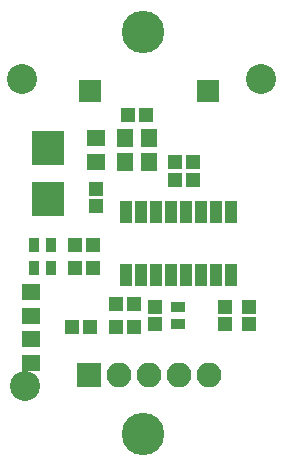
<source format=gts>
%TF.GenerationSoftware,KiCad,Pcbnew,4.0.7*%
%TF.CreationDate,2018-06-13T14:15:53+02:00*%
%TF.ProjectId,RFID_BOARD_EM4095,524649445F424F4152445F454D343039,rev?*%
%TF.FileFunction,Soldermask,Top*%
%FSLAX46Y46*%
G04 Gerber Fmt 4.6, Leading zero omitted, Abs format (unit mm)*
G04 Created by KiCad (PCBNEW 4.0.7) date 2018 June 13, Wednesday 14:15:53*
%MOMM*%
%LPD*%
G01*
G04 APERTURE LIST*
%ADD10C,0.100000*%
%ADD11C,3.600000*%
%ADD12C,2.540000*%
%ADD13R,1.150000X1.200000*%
%ADD14R,1.200000X1.150000*%
%ADD15R,1.000000X1.900000*%
%ADD16R,1.650000X1.400000*%
%ADD17R,1.400000X1.650000*%
%ADD18R,2.701240X2.899360*%
%ADD19R,2.100000X2.100000*%
%ADD20O,2.100000X2.100000*%
%ADD21R,0.900000X1.300000*%
%ADD22R,1.300000X0.900000*%
%ADD23R,1.900000X1.900000*%
G04 APERTURE END LIST*
D10*
D11*
X157000000Y-94500000D03*
D12*
X146750000Y-98500000D03*
X167000000Y-98500000D03*
D13*
X166000000Y-119250000D03*
X166000000Y-117750000D03*
X164000000Y-117750000D03*
X164000000Y-119250000D03*
X158000000Y-119250000D03*
X158000000Y-117750000D03*
D14*
X156250000Y-119500000D03*
X154750000Y-119500000D03*
D15*
X164445000Y-109700000D03*
X163175000Y-109700000D03*
X161905000Y-109700000D03*
X160635000Y-109700000D03*
X159365000Y-109700000D03*
X158095000Y-109700000D03*
X156825000Y-109700000D03*
X155555000Y-109700000D03*
X155555000Y-115100000D03*
X156825000Y-115100000D03*
X158095000Y-115100000D03*
X159365000Y-115100000D03*
X160635000Y-115100000D03*
X161905000Y-115100000D03*
X163175000Y-115100000D03*
X164445000Y-115100000D03*
D14*
X151250000Y-114500000D03*
X152750000Y-114500000D03*
X154750000Y-117500000D03*
X156250000Y-117500000D03*
X151000000Y-119500000D03*
X152500000Y-119500000D03*
D16*
X153000000Y-105500000D03*
X153000000Y-103500000D03*
D13*
X153000000Y-109250000D03*
X153000000Y-107750000D03*
D17*
X155500000Y-103500000D03*
X157500000Y-103500000D03*
X157500000Y-105500000D03*
X155500000Y-105500000D03*
D16*
X147500000Y-118500000D03*
X147500000Y-116500000D03*
X147500000Y-122500000D03*
X147500000Y-120500000D03*
D18*
X149000000Y-108648840D03*
X149000000Y-104351160D03*
D19*
X152460000Y-123500000D03*
D20*
X155000000Y-123500000D03*
X157540000Y-123500000D03*
X160080000Y-123500000D03*
X162620000Y-123500000D03*
D21*
X147750000Y-112500000D03*
X149250000Y-112500000D03*
X149250000Y-114500000D03*
X147750000Y-114500000D03*
D22*
X160000000Y-119250000D03*
X160000000Y-117750000D03*
D14*
X157250000Y-101500000D03*
X155750000Y-101500000D03*
X161250000Y-107000000D03*
X159750000Y-107000000D03*
X161250000Y-105500000D03*
X159750000Y-105500000D03*
X151250000Y-112500000D03*
X152750000Y-112500000D03*
D23*
X162500000Y-99500000D03*
X152500000Y-99500000D03*
D12*
X147000000Y-124500000D03*
D11*
X157000000Y-128500000D03*
M02*

</source>
